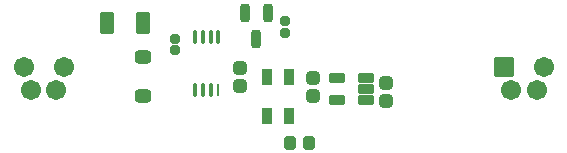
<source format=gbr>
%TF.GenerationSoftware,KiCad,Pcbnew,8.0.4*%
%TF.CreationDate,2025-04-09T21:22:43-04:00*%
%TF.ProjectId,accessory_peripheral,61636365-7373-46f7-9279-5f7065726970,rev?*%
%TF.SameCoordinates,Original*%
%TF.FileFunction,Soldermask,Top*%
%TF.FilePolarity,Negative*%
%FSLAX46Y46*%
G04 Gerber Fmt 4.6, Leading zero omitted, Abs format (unit mm)*
G04 Created by KiCad (PCBNEW 8.0.4) date 2025-04-09 21:22:43*
%MOMM*%
%LPD*%
G01*
G04 APERTURE LIST*
G04 Aperture macros list*
%AMRoundRect*
0 Rectangle with rounded corners*
0 $1 Rounding radius*
0 $2 $3 $4 $5 $6 $7 $8 $9 X,Y pos of 4 corners*
0 Add a 4 corners polygon primitive as box body*
4,1,4,$2,$3,$4,$5,$6,$7,$8,$9,$2,$3,0*
0 Add four circle primitives for the rounded corners*
1,1,$1+$1,$2,$3*
1,1,$1+$1,$4,$5*
1,1,$1+$1,$6,$7*
1,1,$1+$1,$8,$9*
0 Add four rect primitives between the rounded corners*
20,1,$1+$1,$2,$3,$4,$5,0*
20,1,$1+$1,$4,$5,$6,$7,0*
20,1,$1+$1,$6,$7,$8,$9,0*
20,1,$1+$1,$8,$9,$2,$3,0*%
G04 Aperture macros list end*
%ADD10RoundRect,0.101600X-0.500000X-0.800000X0.500000X-0.800000X0.500000X0.800000X-0.500000X0.800000X0*%
%ADD11RoundRect,0.275800X-0.300800X0.275800X-0.300800X-0.275800X0.300800X-0.275800X0.300800X0.275800X0*%
%ADD12RoundRect,0.101600X-0.600000X0.300000X-0.600000X-0.300000X0.600000X-0.300000X0.600000X0.300000X0*%
%ADD13R,0.900000X1.400000*%
%ADD14O,0.349999X1.250000*%
%ADD15O,0.249999X1.150000*%
%ADD16C,1.703200*%
%ADD17RoundRect,0.200800X-0.200800X0.563300X-0.200800X-0.563300X0.200800X-0.563300X0.200800X0.563300X0*%
%ADD18RoundRect,0.275800X-0.425800X0.275800X-0.425800X-0.275800X0.425800X-0.275800X0.425800X0.275800X0*%
%ADD19RoundRect,0.190800X0.220800X-0.190800X0.220800X0.190800X-0.220800X0.190800X-0.220800X-0.190800X0*%
%ADD20RoundRect,0.275800X0.300800X-0.275800X0.300800X0.275800X-0.300800X0.275800X-0.300800X-0.275800X0*%
%ADD21RoundRect,0.250800X0.250800X0.325800X-0.250800X0.325800X-0.250800X-0.325800X0.250800X-0.325800X0*%
%ADD22RoundRect,0.101600X0.750000X0.750000X-0.750000X0.750000X-0.750000X-0.750000X0.750000X-0.750000X0*%
%ADD23RoundRect,0.190800X-0.220800X0.190800X-0.220800X-0.190800X0.220800X-0.190800X0.220800X0.190800X0*%
G04 APERTURE END LIST*
D10*
%TO.C,F1*%
X133535100Y-98438435D03*
X136535100Y-98438435D03*
%TD*%
D11*
%TO.C,C5*%
X157135100Y-103488435D03*
X157135100Y-105038435D03*
%TD*%
D12*
%TO.C,IC1*%
X155465100Y-105008435D03*
X155465100Y-104058435D03*
X155465100Y-103108435D03*
X152965100Y-103108435D03*
X152965100Y-105008435D03*
%TD*%
D13*
%TO.C,D3*%
X147085100Y-106338435D03*
X148885100Y-106338435D03*
X148885100Y-103038435D03*
X147085100Y-103038435D03*
%TD*%
D14*
%TO.C,U1*%
X142935101Y-99638434D03*
X142285100Y-99638434D03*
X141635101Y-99638434D03*
X140985100Y-99638434D03*
X140985100Y-104088435D03*
X141635101Y-104088435D03*
X142285100Y-104088435D03*
D15*
X142935101Y-104088435D03*
%TD*%
D16*
%TO.C,J1*%
X129853900Y-102183035D03*
X129228900Y-104133035D03*
X126453900Y-102183035D03*
X127078900Y-104133035D03*
%TD*%
D17*
%TO.C,Q1*%
X147115100Y-97560935D03*
X145215100Y-97560935D03*
X146165100Y-99835935D03*
%TD*%
D18*
%TO.C,D2*%
X136535100Y-101288435D03*
X136535100Y-104588435D03*
%TD*%
D19*
%TO.C,C3*%
X148555100Y-99258435D03*
X148555100Y-98298435D03*
%TD*%
D20*
%TO.C,C1*%
X144765100Y-103773435D03*
X144765100Y-102223435D03*
%TD*%
D21*
%TO.C,R1*%
X150630100Y-108568435D03*
X148980100Y-108568435D03*
%TD*%
D11*
%TO.C,C4*%
X150975100Y-103103435D03*
X150975100Y-104653435D03*
%TD*%
D22*
%TO.C,J2*%
X167122900Y-102183035D03*
D16*
X167747900Y-104133035D03*
X170522900Y-102183035D03*
X169897900Y-104133035D03*
%TD*%
D23*
%TO.C,C2*%
X139255100Y-99798435D03*
X139255100Y-100758435D03*
%TD*%
M02*

</source>
